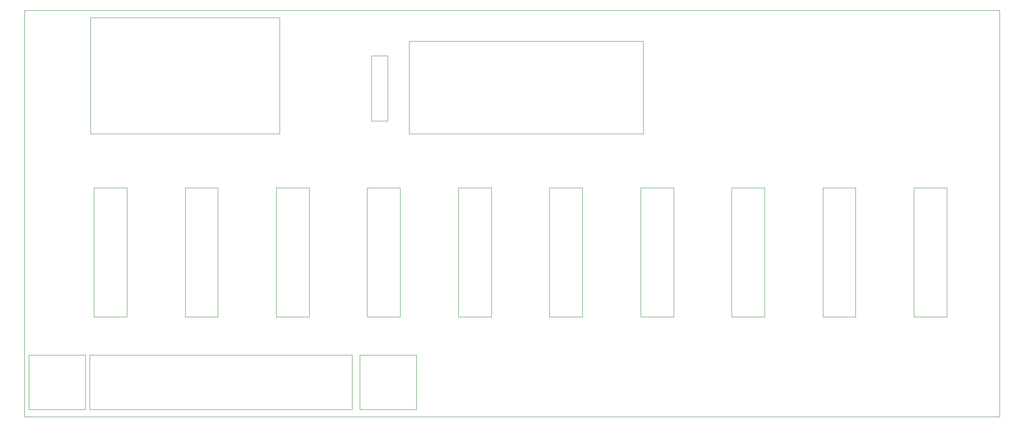
<source format=gbr>
%TF.GenerationSoftware,KiCad,Pcbnew,8.0.7*%
%TF.CreationDate,2025-02-15T17:39:48+06:00*%
%TF.ProjectId,arduino_plc,61726475-696e-46f5-9f70-6c632e6b6963,rev?*%
%TF.SameCoordinates,Original*%
%TF.FileFunction,Other,User*%
%FSLAX46Y46*%
G04 Gerber Fmt 4.6, Leading zero omitted, Abs format (unit mm)*
G04 Created by KiCad (PCBNEW 8.0.7) date 2025-02-15 17:39:48*
%MOMM*%
%LPD*%
G01*
G04 APERTURE LIST*
%ADD10C,0.050000*%
G04 APERTURE END LIST*
D10*
X64190000Y-40980000D02*
X256710000Y-40980000D01*
X256710000Y-121220000D01*
X64190000Y-121220000D01*
X64190000Y-40980000D01*
%TO.C,A1*%
X140092500Y-65372500D02*
X140092500Y-47092500D01*
X140092500Y-65372500D02*
X186312500Y-65372500D01*
X186312500Y-47092500D02*
X140092500Y-47092500D01*
X186312500Y-47092500D02*
X186312500Y-65372500D01*
%TO.C,K5*%
X149849164Y-76030000D02*
X156349164Y-76030000D01*
X149849164Y-101530000D02*
X149849164Y-76030000D01*
X156349164Y-76030000D02*
X156349164Y-101530000D01*
X156349164Y-101530000D02*
X149849164Y-101530000D01*
%TO.C,K6*%
X167835830Y-76030000D02*
X174335830Y-76030000D01*
X167835830Y-101530000D02*
X167835830Y-76030000D01*
X174335830Y-76030000D02*
X174335830Y-101530000D01*
X174335830Y-101530000D02*
X167835830Y-101530000D01*
%TO.C,PS1*%
X77235000Y-42372500D02*
X77235000Y-65372500D01*
X77235000Y-42372500D02*
X114535000Y-42372500D01*
X77235000Y-65372500D02*
X114535000Y-65372500D01*
X114535000Y-42372500D02*
X114535000Y-65372500D01*
%TO.C,K8*%
X203809162Y-76030000D02*
X210309162Y-76030000D01*
X203809162Y-101530000D02*
X203809162Y-76030000D01*
X210309162Y-76030000D02*
X210309162Y-101530000D01*
X210309162Y-101530000D02*
X203809162Y-101530000D01*
%TO.C,K10*%
X239782500Y-76030000D02*
X246282500Y-76030000D01*
X239782500Y-101530000D02*
X239782500Y-76030000D01*
X246282500Y-76030000D02*
X246282500Y-101530000D01*
X246282500Y-101530000D02*
X239782500Y-101530000D01*
%TO.C,K9*%
X221795828Y-76030000D02*
X228295828Y-76030000D01*
X221795828Y-101530000D02*
X221795828Y-76030000D01*
X228295828Y-76030000D02*
X228295828Y-101530000D01*
X228295828Y-101530000D02*
X221795828Y-101530000D01*
%TO.C,REF\u002A\u002A*%
X130392500Y-109000000D02*
X130392500Y-119810000D01*
X130392500Y-119810000D02*
X141562500Y-119810000D01*
X141562500Y-109000000D02*
X130392500Y-109000000D01*
X141562500Y-119810000D02*
X141562500Y-109000000D01*
%TO.C,K2*%
X95889166Y-76030000D02*
X102389166Y-76030000D01*
X95889166Y-101530000D02*
X95889166Y-76030000D01*
X102389166Y-76030000D02*
X102389166Y-101530000D01*
X102389166Y-101530000D02*
X95889166Y-101530000D01*
%TO.C,K3*%
X113875832Y-76030000D02*
X120375832Y-76030000D01*
X113875832Y-101530000D02*
X113875832Y-76030000D01*
X120375832Y-76030000D02*
X120375832Y-101530000D01*
X120375832Y-101530000D02*
X113875832Y-101530000D01*
%TO.C,REF\u002A\u002A*%
X77032500Y-109000000D02*
X77032500Y-119810000D01*
X77032500Y-119810000D02*
X128832500Y-119810000D01*
X128832500Y-109000000D02*
X77032500Y-109000000D01*
X128832500Y-119810000D02*
X128832500Y-109000000D01*
%TO.C,K4*%
X131862498Y-76030000D02*
X138362498Y-76030000D01*
X131862498Y-101530000D02*
X131862498Y-76030000D01*
X138362498Y-76030000D02*
X138362498Y-101530000D01*
X138362498Y-101530000D02*
X131862498Y-101530000D01*
%TO.C,K1*%
X77902500Y-76030000D02*
X84402500Y-76030000D01*
X77902500Y-101530000D02*
X77902500Y-76030000D01*
X84402500Y-76030000D02*
X84402500Y-101530000D01*
X84402500Y-101530000D02*
X77902500Y-101530000D01*
%TO.C,K7*%
X185822496Y-76030000D02*
X192322496Y-76030000D01*
X185822496Y-101530000D02*
X185822496Y-76030000D01*
X192322496Y-76030000D02*
X192322496Y-101530000D01*
X192322496Y-101530000D02*
X185822496Y-101530000D01*
%TO.C,REF\u002A\u002A*%
X64992500Y-109000000D02*
X64992500Y-119810000D01*
X64992500Y-119810000D02*
X76162500Y-119810000D01*
X76162500Y-109000000D02*
X64992500Y-109000000D01*
X76162500Y-119810000D02*
X76162500Y-109000000D01*
%TO.C,D1*%
X132672500Y-49960000D02*
X132672500Y-62820000D01*
X132672500Y-62820000D02*
X135872500Y-62820000D01*
X135872500Y-49960000D02*
X132672500Y-49960000D01*
X135872500Y-62820000D02*
X135872500Y-49960000D01*
%TD*%
M02*

</source>
